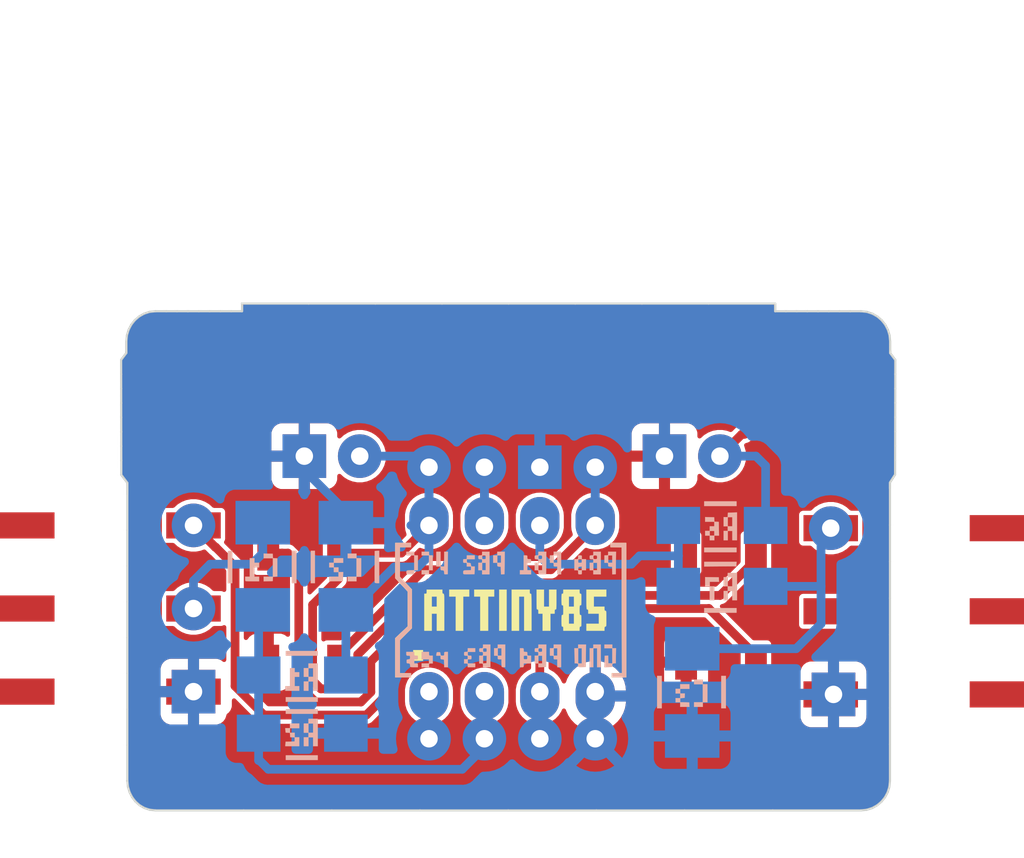
<source format=kicad_pcb>
(kicad_pcb (version 20221018) (generator pcbnew)
  (layers (0 "F.Cu" signal) (31 "B.Cu" signal) (34 "B.Paste" user) (35 "F.Paste" user) (36 "B.SilkS" user "B.Silkscreen") (37 "F.SilkS" user "F.Silkscreen") (38 "B.Mask" user) (39 "F.Mask" user) (44 "Edge.Cuts" user))
  (net 0 "")
  (net 1 "Net-(C1-Pad2)")
  (net 2 "VCC")
  (net 3 "GND")
  (net 4 "Net-(C3-Pad2)")
  (net 5 "Net-(D1-Pad2)")
  (net 6 "Net-(IC1-Pad6)")
  (net 7 "Net-(IC1-Pad7)")
  (net 8 "Net-(JACK2-Pad2)")
  (net 9 "Net-(IC1-Pad1)")
  (net 10 "Prog")
  (net 11 "NEO")
  (net 12 "Net-(NEO1-Pad2)")
  (net 13 "CV_In")
  (net 14 "Net-(JACK2-Pad3)")
  (footprint "8BitMixtape_mCore:Attiny_DIP-8_W7.62mm" (layer "F.Cu") (at 83.185 64.77 90)
    (fp_text reference "IC1")
    (fp_text value "ATTINY85-20PU")
  )
  (footprint "8BitMixtape_DIY-CAD:Loch_mixtape_seltsam" (layer "F.Cu") (at 83.185 66.929)
    (fp_text reference "J1")
    (fp_text value "PB5")
  )
  (footprint "8BitMixtape_DIY-CAD:Loch_mixtape_seltsam" (layer "F.Cu") (at 85.725 66.929)
    (fp_text reference "J2")
    (fp_text value "PB3")
  )
  (footprint "8BitMixtape_DIY-CAD:Loch_mixtape_seltsam" (layer "F.Cu") (at 88.265 66.929)
    (fp_text reference "J3")
    (fp_text value "PB4")
  )
  (footprint "8BitMixtape_DIY-CAD:Loch_mixtape_seltsam" (layer "F.Cu") (at 90.805 66.929)
    (fp_text reference "J4")
    (fp_text value "GND")
  )
  (footprint "8BitMixtape_DIY-CAD:Loch_mixtape_seltsam" (layer "F.Cu") (at 90.805 54.483)
    (fp_text reference "J5")
    (fp_text value "PB0")
  )
  (footprint "8BitMixtape_mCore:Loch_mixtape_seltsam" (layer "F.Cu") (at 85.725 54.483)
    (fp_text reference "J7")
    (fp_text value "PB2")
  )
  (footprint "8BitMixtape_mCore:Loch_mixtape_seltsam" (layer "F.Cu") (at 83.185 54.483)
    (fp_text reference "J8")
    (fp_text value "VCC")
  )
  (footprint "8BitMixtape_DIY-CAD:GND_Loch_mixtape" (layer "F.Cu") (at 72.39 64.77)
    (fp_text reference "J4")
    (fp_text value "GND")
  )
  (footprint "8BitMixtape_DIY-CAD:GND_Loch_mixtape" (layer "F.Cu") (at 101.727 64.897)
    (fp_text reference "J4")
    (fp_text value "GND")
  )
  (footprint "8BitMixtape_DIY-CAD:GND_Loch_mixtape" (layer "F.Cu") (at 93.98 53.975)
    (fp_text reference "J4")
    (fp_text value "GND")
  )
  (footprint "8BitMixtape_DIY-CAD:Loch_mixtape" (layer "F.Cu") (at 72.39 60.96)
    (fp_text reference "J9")
    (fp_text value "Prog")
  )
  (footprint "8BitMixtape_DIY-CAD:Loch_mixtape" (layer "F.Cu") (at 101.6 57.277)
    (fp_text reference "J10")
    (fp_text value "S-Out")
  )
  (footprint "8BitMixtape_DIY-CAD:Loch_mixtape" (layer "F.Cu") (at 96.52 53.975)
    (fp_text reference "J11")
    (fp_text value "LED")
  )
  (footprint "8BitMixtape_DIY-CAD:MicroMixtape_edge" (layer "F.Cu") (at 86.995 52.07)
    (fp_text reference "")
    (fp_text value "")
    (fp_line (start -17.922441 -2.509911) (end -17.921221 -1.850415) (stroke (width 0.1)) (layer "Edge.Cuts"))
    (fp_line (start -17.921221 -1.850415) (end -17.920001 -1.190919) (stroke (width 0.1)) (layer "Edge.Cuts"))
    (fp_line (start -17.920001 -1.190919) (end -17.918781 -0.531422) (stroke (width 0.1)) (layer "Edge.Cuts"))
    (fp_line (start -17.918781 -0.531422) (end -17.917561 0.128074) (stroke (width 0.1)) (layer "Edge.Cuts"))
    (fp_line (start -17.917561 0.128074) (end -17.916341 0.78757) (stroke (width 0.1)) (layer "Edge.Cuts"))
    (fp_line (start -17.916341 0.78757) (end -17.915121 1.447066) (stroke (width 0.1)) (layer "Edge.Cuts"))
    (fp_line (start -17.915121 1.447066) (end -17.913901 2.106563) (stroke (width 0.1)) (layer "Edge.Cuts"))
    (fp_line (start -17.913901 2.106563) (end -17.912681 2.76606) (stroke (width 0.1)) (layer "Edge.Cuts"))
    (fp_line (start -17.912681 2.76606) (end -17.87813 2.81162) (stroke (width 0.1)) (layer "Edge.Cuts"))
    (fp_line (start -17.892581 -2.549231) (end -17.922441 -2.509911) (stroke (width 0.1)) (layer "Edge.Cuts"))
    (fp_line (start -17.87813 2.81162) (end -17.843579 2.85719) (stroke (width 0.1)) (layer "Edge.Cuts"))
    (fp_line (start -17.862721 -2.588551) (end -17.892581 -2.549231) (stroke (width 0.1)) (layer "Edge.Cuts"))
    (fp_line (start -17.843579 2.85719) (end -17.809024 2.90275) (stroke (width 0.1)) (layer "Edge.Cuts"))
    (fp_line (start -17.832861 -2.627871) (end -17.862721 -2.588551) (stroke (width 0.1)) (layer "Edge.Cuts"))
    (fp_line (start -17.809024 2.90275) (end -17.774473 2.94831) (stroke (width 0.1)) (layer "Edge.Cuts"))
    (fp_line (start -17.803001 -2.667191) (end -17.832861 -2.627871) (stroke (width 0.1)) (layer "Edge.Cuts"))
    (fp_line (start -17.774473 2.94831) (end -17.739922 2.99388) (stroke (width 0.1)) (layer "Edge.Cuts"))
    (fp_line (start -17.773141 -2.706511) (end -17.803001 -2.667191) (stroke (width 0.1)) (layer "Edge.Cuts"))
    (fp_line (start -17.743281 -2.745831) (end -17.773141 -2.706511) (stroke (width 0.1)) (layer "Edge.Cuts"))
    (fp_line (start -17.739922 2.99388) (end -17.705367 3.03944) (stroke (width 0.1)) (layer "Edge.Cuts"))
    (fp_line (start -17.713421 -2.785151) (end -17.743281 -2.745831) (stroke (width 0.1)) (layer "Edge.Cuts"))
    (fp_line (start -17.705367 3.03944) (end -17.670816 3.08501) (stroke (width 0.1)) (layer "Edge.Cuts"))
    (fp_line (start -17.683561 -3.361691) (end -17.683561 -3.302741) (stroke (width 0.1)) (layer "Edge.Cuts"))
    (fp_line (start -17.683561 -3.302741) (end -17.683561 -3.243791) (stroke (width 0.1)) (layer "Edge.Cuts"))
    (fp_line (start -17.683561 -3.243791) (end -17.683561 -3.184841) (stroke (width 0.1)) (layer "Edge.Cuts"))
    (fp_line (start -17.683561 -3.184841) (end -17.683561 -3.125891) (stroke (width 0.1)) (layer "Edge.Cuts"))
    (fp_line (start -17.683561 -3.125891) (end -17.683561 -3.066941) (stroke (width 0.1)) (layer "Edge.Cuts"))
    (fp_line (start -17.683561 -3.066941) (end -17.683561 -3.007981) (stroke (width 0.1)) (layer "Edge.Cuts"))
    (fp_line (start -17.683561 -3.007981) (end -17.683561 -2.949031) (stroke (width 0.1)) (layer "Edge.Cuts"))
    (fp_line (start -17.683561 -2.949031) (end -17.683561 -2.890071) (stroke (width 0.1)) (layer "Edge.Cuts"))
    (fp_line (start -17.683561 -2.890071) (end -17.683561 -2.881871) (stroke (width 0.1)) (layer "Edge.Cuts"))
    (fp_line (start -17.683561 -2.881871) (end -17.683561 -2.873671) (stroke (width 0.1)) (layer "Edge.Cuts"))
    (fp_line (start -17.683561 -2.873671) (end -17.683561 -2.865471) (stroke (width 0.1)) (layer "Edge.Cuts"))
    (fp_line (start -17.683561 -2.865471) (end -17.683561 -2.857271) (stroke (width 0.1)) (layer "Edge.Cuts"))
    (fp_line (start -17.683561 -2.857271) (end -17.683561 -2.849071) (stroke (width 0.1)) (layer "Edge.Cuts"))
    (fp_line (start -17.683561 -2.849071) (end -17.683561 -2.840871) (stroke (width 0.1)) (layer "Edge.Cuts"))
    (fp_line (start -17.683561 -2.840871) (end -17.683561 -2.832671) (stroke (width 0.1)) (layer "Edge.Cuts"))
    (fp_line (start -17.683561 -2.832671) (end -17.683561 -2.824471) (stroke (width 0.1)) (layer "Edge.Cuts"))
    (fp_line (start -17.683561 -2.824471) (end -17.713421 -2.785151) (stroke (width 0.1)) (layer "Edge.Cuts"))
    (fp_line (start -17.670816 3.08501) (end -17.636265 3.13057) (stroke (width 0.1)) (layer "Edge.Cuts"))
    (fp_line (start -17.656863 -3.632981) (end -17.683561 -3.361691) (stroke (width 0.1)) (layer "Edge.Cuts"))
    (fp_line (start -17.636265 3.13057) (end -17.636265 3.19565) (stroke (width 0.1)) (layer "Edge.Cuts"))
    (fp_line (start -17.636265 3.19565) (end -17.636265 3.26073) (stroke (width 0.1)) (layer "Edge.Cuts"))
    (fp_line (start -17.636265 3.26073) (end -17.636265 3.32581) (stroke (width 0.1)) (layer "Edge.Cuts"))
    (fp_line (start -17.636265 3.32581) (end -17.636265 3.39089) (stroke (width 0.1)) (layer "Edge.Cuts"))
    (fp_line (start -17.636265 3.39089) (end -17.636265 3.45597) (stroke (width 0.1)) (layer "Edge.Cuts"))
    (fp_line (start -17.636265 3.45597) (end -17.636265 3.52105) (stroke (width 0.1)) (layer "Edge.Cuts"))
    (fp_line (start -17.636265 3.52105) (end -17.636265 3.58613) (stroke (width 0.1)) (layer "Edge.Cuts"))
    (fp_line (start -17.636265 3.58613) (end -17.636265 3.65121) (stroke (width 0.1)) (layer "Edge.Cuts"))
    (fp_line (start -17.636265 3.65121) (end -17.636265 5.2937) (stroke (width 0.1)) (layer "Edge.Cuts"))
    (fp_line (start -17.636265 5.2937) (end -17.636265 6.936192) (stroke (width 0.1)) (layer "Edge.Cuts"))
    (fp_line (start -17.636265 6.936192) (end -17.636265 8.578685) (stroke (width 0.1)) (layer "Edge.Cuts"))
    (fp_line (start -17.636265 8.578685) (end -17.636265 10.221174) (stroke (width 0.1)) (layer "Edge.Cuts"))
    (fp_line (start -17.636265 10.221174) (end -17.636265 11.863667) (stroke (width 0.1)) (layer "Edge.Cuts"))
    (fp_line (start -17.636265 11.863667) (end -17.636265 13.50616) (stroke (width 0.1)) (layer "Edge.Cuts"))
    (fp_line (start -17.636265 13.50616) (end -17.636265 15.148649) (stroke (width 0.1)) (layer "Edge.Cuts"))
    (fp_line (start -17.636265 15.148649) (end -17.636265 16.791142) (stroke (width 0.1)) (layer "Edge.Cuts"))
    (fp_line (start -17.636265 16.791142) (end -17.636265 16.791217) (stroke (width 0.1)) (layer "Edge.Cuts"))
    (fp_line (start -17.636265 16.791217) (end -17.636265 16.791292) (stroke (width 0.1)) (layer "Edge.Cuts"))
    (fp_line (start -17.636265 16.791292) (end -17.636265 16.791371) (stroke (width 0.1)) (layer "Edge.Cuts"))
    (fp_line (start -17.636265 16.791371) (end -17.636265 16.791446) (stroke (width 0.1)) (layer "Edge.Cuts"))
    (fp_line (start -17.636265 16.791446) (end -17.636265 16.791521) (stroke (width 0.1)) (layer "Edge.Cuts"))
    (fp_line (start -17.636265 16.791521) (end -17.636265 16.791596) (stroke (width 0.1)) (layer "Edge.Cuts"))
    (fp_line (start -17.636265 16.791596) (end -17.636265 16.791672) (stroke (width 0.1)) (layer "Edge.Cuts"))
    (fp_line (start -17.636265 16.791672) (end -17.636265 16.791747) (stroke (width 0.1)) (layer "Edge.Cuts"))
    (fp_line (start -17.636265 16.791747) (end -17.610374 17.055643) (stroke (width 0.1)) (layer "Edge.Cuts"))
    (fp_line (start -17.610374 17.055643) (end -17.537592 17.305356) (stroke (width 0.1)) (layer "Edge.Cuts"))
    (fp_line (start -17.580087 -3.888429) (end -17.656863 -3.632981) (stroke (width 0.1)) (layer "Edge.Cuts"))
    (fp_line (start -17.537592 17.305356) (end -17.422044 17.534405) (stroke (width 0.1)) (layer "Edge.Cuts"))
    (fp_line (start -17.458223 -4.121763) (end -17.580087 -3.888429) (stroke (width 0.1)) (layer "Edge.Cuts"))
    (fp_line (start -17.422044 17.534405) (end -17.267854 17.736328) (stroke (width 0.1)) (layer "Edge.Cuts"))
    (fp_line (start -17.296255 -4.326718) (end -17.458223 -4.121763) (stroke (width 0.1)) (layer "Edge.Cuts"))
    (fp_line (start -17.267854 17.736328) (end -17.079151 17.904645) (stroke (width 0.1)) (layer "Edge.Cuts"))
    (fp_line (start -17.099171 -4.497035) (end -17.296255 -4.326718) (stroke (width 0.1)) (layer "Edge.Cuts"))
    (fp_line (start -17.079151 17.904645) (end -16.860058 18.032883) (stroke (width 0.1)) (layer "Edge.Cuts"))
    (fp_line (start -16.871957 -4.626446) (end -17.099171 -4.497035) (stroke (width 0.1)) (layer "Edge.Cuts"))
    (fp_line (start -16.860058 18.032883) (end -16.614702 18.114573) (stroke (width 0.1)) (layer "Edge.Cuts"))
    (fp_line (start -16.619599 -4.708686) (end -16.871957 -4.626446) (stroke (width 0.1)) (layer "Edge.Cuts"))
    (fp_line (start -16.614702 18.114573) (end -16.347207 18.143243) (stroke (width 0.1)) (layer "Edge.Cuts"))
    (fp_line (start -16.347207 18.143243) (end -12.304996 18.143243) (stroke (width 0.1)) (layer "Edge.Cuts"))
    (fp_line (start -16.347083 -4.737506) (end -16.619599 -4.708686) (stroke (width 0.1)) (layer "Edge.Cuts"))
    (fp_line (start -15.851065 -4.737506) (end -16.347083 -4.737506) (stroke (width 0.1)) (layer "Edge.Cuts"))
    (fp_line (start -15.355048 -4.737506) (end -15.851065 -4.737506) (stroke (width 0.1)) (layer "Edge.Cuts"))
    (fp_line (start -14.85903 -4.737506) (end -15.355048 -4.737506) (stroke (width 0.1)) (layer "Edge.Cuts"))
    (fp_line (start -14.363013 -4.737506) (end -14.85903 -4.737506) (stroke (width 0.1)) (layer "Edge.Cuts"))
    (fp_line (start -13.866995 -4.737506) (end -14.363013 -4.737506) (stroke (width 0.1)) (layer "Edge.Cuts"))
    (fp_line (start -13.370977 -4.737506) (end -13.866995 -4.737506) (stroke (width 0.1)) (layer "Edge.Cuts"))
    (fp_line (start -12.87496 -4.737506) (end -13.370977 -4.737506) (stroke (width 0.1)) (layer "Edge.Cuts"))
    (fp_line (start -12.380105 -5.086975) (end -12.378775 -5.087126) (stroke (width 0.1)) (layer "Edge.Cuts"))
    (fp_line (start -12.380104 -5.086972) (end -12.380105 -5.086975) (stroke (width 0.1)) (layer "Edge.Cuts"))
    (fp_line (start -12.380103 -5.086972) (end -12.380104 -5.086972) (stroke (width 0.1)) (layer "Edge.Cuts"))
    (fp_line (start -12.380102 -5.086968) (end -12.380103 -5.086972) (stroke (width 0.1)) (layer "Edge.Cuts"))
    (fp_line (start -12.380101 -5.086968) (end -12.380102 -5.086968) (stroke (width 0.1)) (layer "Edge.Cuts"))
    (fp_line (start -12.3801 -5.086965) (end -12.380101 -5.086968) (stroke (width 0.1)) (layer "Edge.Cuts"))
    (fp_line (start -12.380099 -5.086965) (end -12.3801 -5.086965) (stroke (width 0.1)) (layer "Edge.Cuts"))
    (fp_line (start -12.380098 -5.086962) (end -12.380099 -5.086965) (stroke (width 0.1)) (layer "Edge.Cuts"))
    (fp_line (start -12.378942 -5.087026) (end -12.378942 -5.043336) (stroke (width 0.1)) (layer "Edge.Cuts"))
    (fp_line (start -12.378942 -5.043336) (end -12.378942 -4.999646) (stroke (width 0.1)) (layer "Edge.Cuts"))
    (fp_line (start -12.378942 -4.999646) (end -12.378942 -4.955956) (stroke (width 0.1)) (layer "Edge.Cuts"))
    (fp_line (start -12.378942 -4.955956) (end -12.378942 -4.912266) (stroke (width 0.1)) (layer "Edge.Cuts"))
    (fp_line (start -12.378942 -4.912266) (end -12.378942 -4.868576) (stroke (width 0.1)) (layer "Edge.Cuts"))
    (fp_line (start -12.378942 -4.868576) (end -12.378942 -4.824886) (stroke (width 0.1)) (layer "Edge.Cuts"))
    (fp_line (start -12.378942 -4.824886) (end -12.378942 -4.781196) (stroke (width 0.1)) (layer "Edge.Cuts"))
    (fp_line (start -12.378942 -4.781196) (end -12.378942 -4.737506) (stroke (width 0.1)) (layer "Edge.Cuts"))
    (fp_line (start -12.378942 -4.737506) (end -12.87496 -4.737506) (stroke (width 0.1)) (layer "Edge.Cuts"))
    (fp_line (start -12.378775 -5.087126) (end -12.378942 -5.087026) (stroke (width 0.1)) (layer "Edge.Cuts"))
    (fp_line (start -12.304996 18.143243) (end -8.262785 18.143243) (stroke (width 0.1)) (layer "Edge.Cuts"))
    (fp_line (start -9.32523 -5.086962) (end -12.380098 -5.086962) (stroke (width 0.1)) (layer "Edge.Cuts"))
    (fp_line (start -8.262785 18.143243) (end -4.220573 18.143243) (stroke (width 0.1)) (layer "Edge.Cuts"))
    (fp_line (start -6.270361 -5.086962) (end -9.32523 -5.086962) (stroke (width 0.1)) (layer "Edge.Cuts"))
    (fp_line (start -4.220573 18.143243) (end -0.178363 18.143243) (stroke (width 0.1)) (layer "Edge.Cuts"))
    (fp_line (start -3.215492 -5.086962) (end -6.270361 -5.086962) (stroke (width 0.1)) (layer "Edge.Cuts"))
    (fp_line (start -0.178363 18.143243) (end 3.863849 18.143243) (stroke (width 0.1)) (layer "Edge.Cuts"))
    (fp_line (start -0.160623 -5.086962) (end -3.215492 -5.086962) (stroke (width 0.1)) (layer "Edge.Cuts"))
    (fp_line (start 2.894244 -5.086962) (end -0.160623 -5.086962) (stroke (width 0.1)) (layer "Edge.Cuts"))
    (fp_line (start 3.863849 18.143243) (end 7.906061 18.143243) (stroke (width 0.1)) (layer "Edge.Cuts"))
    (fp_line (start 5.949114 -5.086962) (end 2.894244 -5.086962) (stroke (width 0.1)) (layer "Edge.Cuts"))
    (fp_line (start 7.906061 18.143243) (end 11.948269 18.143243) (stroke (width 0.1)) (layer "Edge.Cuts"))
    (fp_line (start 9.003981 -5.086962) (end 5.949114 -5.086962) (stroke (width 0.1)) (layer "Edge.Cuts"))
    (fp_line (start 11.948269 18.143243) (end 15.990481 18.143243) (stroke (width 0.1)) (layer "Edge.Cuts"))
    (fp_line (start 12.058852 -5.086962) (end 9.003981 -5.086962) (stroke (width 0.1)) (layer "Edge.Cuts"))
    (fp_line (start 12.058852 -5.043252) (end 12.058852 -5.086962) (stroke (width 0.1)) (layer "Edge.Cuts"))
    (fp_line (start 12.058852 -4.999532) (end 12.058852 -5.043252) (stroke (width 0.1)) (layer "Edge.Cuts"))
    (fp_line (start 12.058852 -4.955812) (end 12.058852 -4.999532) (stroke (width 0.1)) (layer "Edge.Cuts"))
    (fp_line (start 12.058852 -4.912102) (end 12.058852 -4.955812) (stroke (width 0.1)) (layer "Edge.Cuts"))
    (fp_line (start 12.058852 -4.868382) (end 12.058852 -4.912102) (stroke (width 0.1)) (layer "Edge.Cuts"))
    (fp_line (start 12.058852 -4.824672) (end 12.058852 -4.868382) (stroke (width 0.1)) (layer "Edge.Cuts"))
    (fp_line (start 12.058852 -4.780952) (end 12.058852 -4.824672) (stroke (width 0.1)) (layer "Edge.Cuts"))
    (fp_line (start 12.058852 -4.737232) (end 12.058852 -4.780952) (stroke (width 0.1)) (layer "Edge.Cuts"))
    (fp_line (start 12.550174 -4.737232) (end 12.058852 -4.737232) (stroke (width 0.1)) (layer "Edge.Cuts"))
    (fp_line (start 13.041501 -4.737232) (end 12.550174 -4.737232) (stroke (width 0.1)) (layer "Edge.Cuts"))
    (fp_line (start 13.532827 -4.737232) (end 13.041501 -4.737232) (stroke (width 0.1)) (layer "Edge.Cuts"))
    (fp_line (start 14.02415 -4.737232) (end 13.532827 -4.737232) (stroke (width 0.1)) (layer "Edge.Cuts"))
    (fp_line (start 14.515476 -4.737232) (end 14.02415 -4.737232) (stroke (width 0.1)) (layer "Edge.Cuts"))
    (fp_line (start 15.006798 -4.737232) (end 14.515476 -4.737232) (stroke (width 0.1)) (layer "Edge.Cuts"))
    (fp_line (start 15.498125 -4.737232) (end 15.006798 -4.737232) (stroke (width 0.1)) (layer "Edge.Cuts"))
    (fp_line (start 15.989447 -4.737232) (end 15.498125 -4.737232) (stroke (width 0.1)) (layer "Edge.Cuts"))
    (fp_line (start 15.990481 18.143243) (end 16.259868 18.115323) (stroke (width 0.1)) (layer "Edge.Cuts"))
    (fp_line (start 16.259868 18.115323) (end 16.510185 18.035423) (stroke (width 0.1)) (layer "Edge.Cuts"))
    (fp_line (start 16.262215 -4.708482) (end 15.989447 -4.737232) (stroke (width 0.1)) (layer "Edge.Cuts"))
    (fp_line (start 16.510185 18.035423) (end 16.736246 17.909357) (stroke (width 0.1)) (layer "Edge.Cuts"))
    (fp_line (start 16.515246 -4.626382) (end 16.262215 -4.708482) (stroke (width 0.1)) (layer "Edge.Cuts"))
    (fp_line (start 16.736246 17.909357) (end 16.932845 17.742957) (stroke (width 0.1)) (layer "Edge.Cuts"))
    (fp_line (start 16.743342 -4.497091) (end 16.515246 -4.626382) (stroke (width 0.1)) (layer "Edge.Cuts"))
    (fp_line (start 16.932845 17.742957) (end 17.094799 17.542039) (stroke (width 0.1)) (layer "Edge.Cuts"))
    (fp_line (start 16.941303 -4.32681) (end 16.743342 -4.497091) (stroke (width 0.1)) (layer "Edge.Cuts"))
    (fp_line (start 17.094799 17.542039) (end 17.216911 17.312422) (stroke (width 0.1)) (layer "Edge.Cuts"))
    (fp_line (start 17.103939 -4.121718) (end 16.941303 -4.32681) (stroke (width 0.1)) (layer "Edge.Cuts"))
    (fp_line (start 17.216911 17.312422) (end 17.293991 17.059928) (stroke (width 0.1)) (layer "Edge.Cuts"))
    (fp_line (start 17.226051 -3.888005) (end 17.103939 -4.121718) (stroke (width 0.1)) (layer "Edge.Cuts"))
    (fp_line (start 17.293991 17.059928) (end 17.320841 16.790377) (stroke (width 0.1)) (layer "Edge.Cuts"))
    (fp_line (start 17.302441 -3.631858) (end 17.226051 -3.888005) (stroke (width 0.1)) (layer "Edge.Cuts"))
    (fp_line (start 17.320841 3.115541) (end 17.350091 3.069951) (stroke (width 0.1)) (layer "Edge.Cuts"))
    (fp_line (start 17.320841 3.149481) (end 17.320841 3.115541) (stroke (width 0.1)) (layer "Edge.Cuts"))
    (fp_line (start 17.320841 3.183421) (end 17.320841 3.149481) (stroke (width 0.1)) (layer "Edge.Cuts"))
    (fp_line (start 17.320841 3.217361) (end 17.320841 3.183421) (stroke (width 0.1)) (layer "Edge.Cuts"))
    (fp_line (start 17.320841 3.251301) (end 17.320841 3.217361) (stroke (width 0.1)) (layer "Edge.Cuts"))
    (fp_line (start 17.320841 3.285241) (end 17.320841 3.251301) (stroke (width 0.1)) (layer "Edge.Cuts"))
    (fp_line (start 17.320841 3.319181) (end 17.320841 3.285241) (stroke (width 0.1)) (layer "Edge.Cuts"))
    (fp_line (start 17.320841 3.353121) (end 17.320841 3.319181) (stroke (width 0.1)) (layer "Edge.Cuts"))
    (fp_line (start 17.320841 3.387061) (end 17.320841 3.353121) (stroke (width 0.1)) (layer "Edge.Cuts"))
    (fp_line (start 17.320841 5.062475) (end 17.320841 3.387061) (stroke (width 0.1)) (layer "Edge.Cuts"))
    (fp_line (start 17.320841 6.737891) (end 17.320841 5.062475) (stroke (width 0.1)) (layer "Edge.Cuts"))
    (fp_line (start 17.320841 8.413305) (end 17.320841 6.737891) (stroke (width 0.1)) (layer "Edge.Cuts"))
    (fp_line (start 17.320841 10.088719) (end 17.320841 8.413305) (stroke (width 0.1)) (layer "Edge.Cuts"))
    (fp_line (start 17.320841 11.764133) (end 17.320841 10.088719) (stroke (width 0.1)) (layer "Edge.Cuts"))
    (fp_line (start 17.320841 13.439549) (end 17.320841 11.764133) (stroke (width 0.1)) (layer "Edge.Cuts"))
    (fp_line (start 17.320841 15.114962) (end 17.320841 13.439549) (stroke (width 0.1)) (layer "Edge.Cuts"))
    (fp_line (start 17.320841 16.790377) (end 17.320841 15.114962) (stroke (width 0.1)) (layer "Edge.Cuts"))
    (fp_line (start 17.327891 -3.359463) (end 17.302441 -3.631858) (stroke (width 0.1)) (layer "Edge.Cuts"))
    (fp_line (start 17.327891 -3.305323) (end 17.327891 -3.359463) (stroke (width 0.1)) (layer "Edge.Cuts"))
    (fp_line (start 17.327891 -3.251193) (end 17.327891 -3.305323) (stroke (width 0.1)) (layer "Edge.Cuts"))
    (fp_line (start 17.327891 -3.197053) (end 17.327891 -3.251193) (stroke (width 0.1)) (layer "Edge.Cuts"))
    (fp_line (start 17.327891 -3.142903) (end 17.327891 -3.197053) (stroke (width 0.1)) (layer "Edge.Cuts"))
    (fp_line (start 17.327891 -3.088773) (end 17.327891 -3.142903) (stroke (width 0.1)) (layer "Edge.Cuts"))
    (fp_line (start 17.327891 -3.034643) (end 17.327891 -3.088773) (stroke (width 0.1)) (layer "Edge.Cuts"))
    (fp_line (start 17.327891 -2.980503) (end 17.327891 -3.034643) (stroke (width 0.1)) (layer "Edge.Cuts"))
    (fp_line (start 17.327891 -2.926353) (end 17.327891 -2.980503) (stroke (width 0.1)) (layer "Edge.Cuts"))
    (fp_line (start 17.327891 -2.913453) (end 17.327891 -2.926353) (stroke (width 0.1)) (layer "Edge.Cuts"))
    (fp_line (start 17.327891 -2.900553) (end 17.327891 -2.913453) (stroke (width 0.1)) (layer "Edge.Cuts"))
    (fp_line (start 17.327891 -2.887653) (end 17.327891 -2.900553) (stroke (width 0.1)) (layer "Edge.Cuts"))
    (fp_line (start 17.327891 -2.874753) (end 17.327891 -2.887653) (stroke (width 0.1)) (layer "Edge.Cuts"))
    (fp_line (start 17.327891 -2.861853) (end 17.327891 -2.874753) (stroke (width 0.1)) (layer "Edge.Cuts"))
    (fp_line (start 17.327891 -2.848953) (end 17.327891 -2.861853) (stroke (width 0.1)) (layer "Edge.Cuts"))
    (fp_line (start 17.327891 -2.836053) (end 17.327891 -2.848953) (stroke (width 0.1)) (layer "Edge.Cuts"))
    (fp_line (start 17.327891 -2.823153) (end 17.327891 -2.836053) (stroke (width 0.1)) (layer "Edge.Cuts"))
    (fp_line (start 17.350091 3.069951) (end 17.379341 3.024361) (stroke (width 0.1)) (layer "Edge.Cuts"))
    (fp_line (start 17.357361 -2.783803) (end 17.327891 -2.823153) (stroke (width 0.1)) (layer "Edge.Cuts"))
    (fp_line (start 17.379341 3.024361) (end 17.408591 2.978771) (stroke (width 0.1)) (layer "Edge.Cuts"))
    (fp_line (start 17.386831 -2.744453) (end 17.357361 -2.783803) (stroke (width 0.1)) (layer "Edge.Cuts"))
    (fp_line (start 17.408591 2.978771) (end 17.437841 2.933181) (stroke (width 0.1)) (layer "Edge.Cuts"))
    (fp_line (start 17.416301 -2.705103) (end 17.386831 -2.744453) (stroke (width 0.1)) (layer "Edge.Cuts"))
    (fp_line (start 17.437841 2.933181) (end 17.467091 2.887591) (stroke (width 0.1)) (layer "Edge.Cuts"))
    (fp_line (start 17.445761 -2.665753) (end 17.416301 -2.705103) (stroke (width 0.1)) (layer "Edge.Cuts"))
    (fp_line (start 17.467091 2.887591) (end 17.496341 2.842001) (stroke (width 0.1)) (layer "Edge.Cuts"))
    (fp_line (start 17.475231 -2.626403) (end 17.445761 -2.665753) (stroke (width 0.1)) (layer "Edge.Cuts"))
    (fp_line (start 17.496341 2.842001) (end 17.525591 2.796411) (stroke (width 0.1)) (layer "Edge.Cuts"))
    (fp_line (start 17.504701 -2.587053) (end 17.475231 -2.626403) (stroke (width 0.1)) (layer "Edge.Cuts"))
    (fp_line (start 17.525591 2.796411) (end 17.554841 2.750821) (stroke (width 0.1)) (layer "Edge.Cuts"))
    (fp_line (start 17.534171 -2.547703) (end 17.504701 -2.587053) (stroke (width 0.1)) (layer "Edge.Cuts"))
    (fp_line (start 17.554841 2.750821) (end 17.555941 2.093425) (stroke (width 0.1)) (layer "Edge.Cuts"))
    (fp_line (start 17.555941 2.093425) (end 17.557041 1.43603) (stroke (width 0.1)) (layer "Edge.Cuts"))
    (fp_line (start 17.557041 1.43603) (end 17.558141 0.77863) (stroke (width 0.1)) (layer "Edge.Cuts"))
    (fp_line (start 17.558141 0.77863) (end 17.559241 0.121235) (stroke (width 0.1)) (layer "Edge.Cuts"))
    (fp_line (start 17.559241 0.121235) (end 17.560341 -0.536161) (stroke (width 0.1)) (layer "Edge.Cuts"))
    (fp_line (start 17.560341 -0.536161) (end 17.561441 -1.193558) (stroke (width 0.1)) (layer "Edge.Cuts"))
    (fp_line (start 17.561441 -1.193558) (end 17.562541 -1.850956) (stroke (width 0.1)) (layer "Edge.Cuts"))
    (fp_line (start 17.562541 -1.850956) (end 17.563641 -2.508353) (stroke (width 0.1)) (layer "Edge.Cuts"))
    (fp_line (start 17.563641 -2.508353) (end 17.534171 -2.547703) (stroke (width 0.1)) (layer "Edge.Cuts"))
  )
  (footprint "8BitMixtape_DIY-CAD:Loch_mixtape" (layer "F.Cu") (at 72.39 57.15)
    (fp_text reference "J3")
    (fp_text value "PB4")
  )
  (footprint "8BitMixtape_DIY-CAD:Loch_mixtape_seltsam" (layer "F.Cu") (at 88.265 54.483)
    (fp_text reference "J4")
    (fp_text value "GND")
  )
  (footprint "8BitMixtape_mCore:TOP_led_footprint" (layer "F.Cu") (at 101.219 50.673)
    (fp_text reference "D1")
    (fp_text value "LED")
  )
  (footprint "8BitMixtape_DIY-CAD:Mixtape_NEO_WS2812B" (layer "F.Cu") (at 77.419 60.92 -90)
    (fp_text reference "NEO1")
    (fp_text value "SK6813b")
  )
  (footprint "8BitMixtape_DIY-CAD:Mixtape_NEO_WS2812B" (layer "F.Cu") (at 96.571 60.92 -90)
    (fp_text reference "NEO2")
    (fp_text value "SK6813b")
  )
  (footprint "8BitMixtape_DIY-CAD:AUDIO-JACK-3.5mm_SMD_noPrint" (layer "F.Cu") (at 105.41 67.437 90)
    (fp_text reference "JACK2")
    (fp_text value "JACK_TRS_6PINS")
  )
  (footprint "8BitMixtape_DIY-CAD:AUDIO-JACK-3.5mm_SMD_noPrint" (layer "F.Cu") (at 68.58 67.31 90)
    (fp_text reference "JACK1")
    (fp_text value "JACK_TRS_6PINS")
  )
  (footprint "8BitMixtape_DIY-CAD:GND_Loch_mixtape" (layer "F.Cu") (at 77.47 53.975)
    (fp_text reference "J4")
    (fp_text value "GND")
  )
  (footprint "8BitMixtape_DIY-CAD:Loch_mixtape" (layer "F.Cu") (at 80.01 53.975)
    (fp_text reference "J8")
    (fp_text value "VCC")
  )
  (footprint "8BitMixtape_DIY-CAD:C_1210_MixtapeStyle" (layer "B.Cu") (at 75.565 59.023 90)
    (fp_text reference "C1")
    (fp_text value "100nF")
  )
  (footprint "8BitMixtape_DIY-CAD:C_1210_MixtapeStyle" (layer "B.Cu") (at 79.375 59.023 -90)
    (fp_text reference "C2")
    (fp_text value "100nF")
  )
  (footprint "8BitMixtape_DIY-CAD:C_1210_MixtapeStyle" (layer "B.Cu") (at 95.25 64.802 90)
    (fp_text reference "C3")
    (fp_text value "100nF")
  )
  (footprint "8BitMixtape_DIY-CAD:R_1206_Mixtape" (layer "B.Cu") (at 77.375 64.008 180)
    (fp_text reference "R1")
    (fp_text value "22K")
  )
  (footprint "8BitMixtape_DIY-CAD:R_1206_Mixtape" (layer "B.Cu") (at 77.375 66.675)
    (fp_text reference "R2")
    (fp_text value "22K")
  )
  (footprint "8BitMixtape_DIY-CAD:R_1206_Mixtape" (layer "B.Cu") (at 96.615 57.15)
    (fp_text reference "R6")
    (fp_text value "1K")
  )
  (footprint "8BitMixtape_DIY-CAD:R_1206_Mixtape" (layer "B.Cu") (at 96.615 59.944 180)
    (fp_text reference "R7")
    (fp_text value "330")
  )
  (segment (start 73.152 58.928) (end 72.39 59.69) (width 0.4) (layer "B.Cu") (net 1))
  (segment (start 75.565 57.023) (end 75.565 58.423) (width 0.4) (layer "B.Cu") (net 1))
  (segment (start 72.39 59.69) (end 72.39 60.96) (width 0.4) (layer "B.Cu") (net 1))
  (segment (start 75.06 58.928) (end 73.152 58.928) (width 0.4) (layer "B.Cu") (net 1))
  (segment (start 75.565 58.423) (end 75.06 58.928) (width 0.4) (layer "B.Cu") (net 1))
  (segment (start 81.09598 61.961542) (end 81.462522 61.595) (width 0.4) (layer "F.Cu") (net 2))
  (segment (start 79.919001 64.540001) (end 79.919001 63.068541) (width 0.4) (layer "F.Cu") (net 2))
  (segment (start 79.919001 63.068541) (end 81.392542 61.595) (width 0.4) (layer "F.Cu") (net 2))
  (segment (start 77.851 64.262) (end 77.851 60.788) (width 0.4) (layer "F.Cu") (net 2))
  (segment (start 81.026 61.961542) (end 81.09598 61.961542) (width 0.4) (layer "F.Cu") (net 2))
  (segment (start 98.171 58.72) (end 96.53101 60.35999) (width 0.4) (layer "F.Cu") (net 2))
  (segment (start 98.171 58.42) (end 98.171 58.72) (width 0.4) (layer "F.Cu") (net 2))
  (segment (start 81.915 58.42) (end 83.185 57.15) (width 0.4) (layer "F.Cu") (net 2))
  (segment (start 79.019 59.62) (end 79.019 58.42) (width 0.4) (layer "F.Cu") (net 2))
  (segment (start 79.816002 64.643) (end 78.232 64.643) (width 0.4) (layer "F.Cu") (net 2))
  (segment (start 81.462522 61.595) (end 82.697532 60.35999) (width 0.4) (layer "F.Cu") (net 2))
  (segment (start 79.816002 64.643) (end 79.919001 64.540001) (width 0.4) (layer "F.Cu") (net 2))
  (segment (start 81.392542 61.595) (end 81.462522 61.595) (width 0.4) (layer "F.Cu") (net 2))
  (segment (start 96.53101 60.35999) (end 82.697532 60.35999) (width 0.4) (layer "F.Cu") (net 2))
  (segment (start 77.851 60.788) (end 79.019 59.62) (width 0.4) (layer "F.Cu") (net 2))
  (segment (start 79.019 58.42) (end 81.915 58.42) (width 0.4) (layer "F.Cu") (net 2))
  (segment (start 78.232 64.643) (end 77.851 64.262) (width 0.4) (layer "F.Cu") (net 2))
  (segment (start 80.01 53.975) (end 80.645 53.975) (width 0.4) (layer "B.Cu") (net 2))
  (segment (start 83.185 57.15) (end 83.185 58.547) (width 0.4) (layer "B.Cu") (net 2))
  (segment (start 82.677 59.055) (end 81.593 59.055) (width 0.4) (layer "B.Cu") (net 2))
  (segment (start 79.375 61.023) (end 79.375 64.008) (width 0.4) (layer "B.Cu") (net 2))
  (segment (start 80.01 53.975) (end 83.185 53.975) (width 0.4) (layer "B.Cu") (net 2))
  (segment (start 83.185 54.991) (end 83.185 57.15) (width 0.4) (layer "B.Cu") (net 2))
  (segment (start 81.593 59.055) (end 79.625 61.023) (width 0.4) (layer "B.Cu") (net 2))
  (segment (start 83.185 54.102) (end 83.185 57.15) (width 0.4) (layer "B.Cu") (net 2))
  (segment (start 83.185 57.15) (end 82.355 57.15) (width 0.4) (layer "B.Cu") (net 2))
  (segment (start 79.625 61.023) (end 79.375 61.023) (width 0.4) (layer "B.Cu") (net 2))
  (segment (start 83.185 58.547) (end 82.677 59.055) (width 0.4) (layer "B.Cu") (net 2))
  (segment (start 101.819 52.197) (end 103.378 52.197) (width 0.4) (layer "F.Cu") (net 3))
  (segment (start 103.378 52.197) (end 98.933 52.197) (width 0.4) (layer "F.Cu") (net 3))
  (segment (start 101.219 52.197) (end 101.819 52.197) (width 0.4) (layer "F.Cu") (net 3))
  (segment (start 79.375 57.28) (end 78.87 57.785) (width 0.4) (layer "B.Cu") (net 3))
  (segment (start 90.805 64.77) (end 90.805 66.929) (width 0.4) (layer "B.Cu") (net 3))
  (segment (start 77.47 54.61) (end 79.375 56.515) (width 0.4) (layer "B.Cu") (net 3))
  (segment (start 95.25 66.802) (end 94.742 66.802) (width 0.4) (layer "B.Cu") (net 3))
  (segment (start 79.375 56.515) (end 79.375 57.023) (width 0.4) (layer "B.Cu") (net 3))
  (segment (start 77.47 53.975) (end 77.47 54.61) (width 0.4) (layer "B.Cu") (net 3))
  (segment (start 100.012 62.802) (end 101.155 61.659) (width 0.4) (layer "B.Cu") (net 4))
  (segment (start 100.015 59.944) (end 101.155 59.944) (width 0.4) (layer "B.Cu") (net 4))
  (segment (start 97.282 62.802) (end 100.012 62.802) (width 0.4) (layer "B.Cu") (net 4))
  (segment (start 95.25 62.802) (end 97.727 62.802) (width 0.4) (layer "B.Cu") (net 4))
  (segment (start 101.155 59.944) (end 101.155 57.975) (width 0.4) (layer "B.Cu") (net 4))
  (segment (start 98.615 59.944) (end 100.015 59.944) (width 0.4) (layer "B.Cu") (net 4))
  (segment (start 101.155 57.975) (end 101.6 57.53) (width 0.4) (layer "B.Cu") (net 4))
  (segment (start 101.155 61.659) (end 101.155 59.944) (width 0.4) (layer "B.Cu") (net 4))
  (segment (start 98.171 50.546) (end 99.314 49.403) (width 0.4) (layer "F.Cu") (net 5))
  (segment (start 98.171 52.451) (end 98.171 50.546) (width 0.4) (layer "F.Cu") (net 5))
  (segment (start 99.314 49.403) (end 100.619 49.403) (width 0.4) (layer "F.Cu") (net 5))
  (segment (start 96.52 53.975) (end 97.519999 52.975001) (width 0.4) (layer "F.Cu") (net 5))
  (segment (start 97.646999 52.975001) (end 98.171 52.451) (width 0.4) (layer "F.Cu") (net 5))
  (segment (start 100.619 49.403) (end 101.219 49.403) (width 0.4) (layer "F.Cu") (net 5))
  (segment (start 97.519999 52.975001) (end 97.646999 52.975001) (width 0.4) (layer "F.Cu") (net 5))
  (segment (start 98.615 57.15) (end 98.615 54.419) (width 0.4) (layer "B.Cu") (net 5))
  (segment (start 98.171 53.975) (end 96.52 53.975) (width 0.4) (layer "B.Cu") (net 5))
  (segment (start 98.615 54.419) (end 98.171 53.975) (width 0.4) (layer "B.Cu") (net 5))
  (segment (start 94.615 59.944) (end 94.615 58.547) (width 0.4) (layer "B.Cu") (net 6))
  (segment (start 92.837 58.547) (end 94.615 58.547) (width 0.4) (layer "B.Cu") (net 6))
  (segment (start 88.265 57.15) (end 88.265 58.547) (width 0.4) (layer "B.Cu") (net 6))
  (segment (start 88.646 58.928) (end 92.456 58.928) (width 0.4) (layer "B.Cu") (net 6))
  (segment (start 92.456 58.928) (end 92.837 58.547) (width 0.4) (layer "B.Cu") (net 6))
  (segment (start 94.615 58.547) (end 94.615 57.15) (width 0.4) (layer "B.Cu") (net 6))
  (segment (start 88.265 58.547) (end 88.646 58.928) (width 0.4) (layer "B.Cu") (net 6))
  (segment (start 85.725 54.991) (end 85.725 57.15) (width 0.4) (layer "B.Cu") (net 7))
  (segment (start 85.725 54.102) (end 85.725 57.15) (width 0.4) (layer "B.Cu") (net 7))
  (segment (start 83.185 64.77) (end 83.185 66.929) (width 0.4) (layer "B.Cu") (net 9))
  (segment (start 75.375 64.008) (end 75.375 61.213) (width 0.4) (layer "B.Cu") (net 10))
  (segment (start 75.375 67.925) (end 75.418 67.925) (width 0.4) (layer "B.Cu") (net 10))
  (segment (start 75.418 67.925) (end 75.822001 68.329001) (width 0.4) (layer "B.Cu") (net 10))
  (segment (start 75.375 66.675) (end 75.375 67.925) (width 0.4) (layer "B.Cu") (net 10))
  (segment (start 84.705999 68.329001) (end 85.725 67.31) (width 0.4) (layer "B.Cu") (net 10))
  (segment (start 75.822001 68.329001) (end 84.705999 68.329001) (width 0.4) (layer "B.Cu") (net 10))
  (segment (start 75.375 61.213) (end 75.565 61.023) (width 0.4) (layer "B.Cu") (net 10))
  (segment (start 85.725 64.77) (end 85.725 66.929) (width 0.4) (layer "B.Cu") (net 10))
  (segment (start 85.725 67.31) (end 85.725 66.929) (width 0.4) (layer "B.Cu") (net 10))
  (segment (start 75.375 66.675) (end 75.375 63.5) (width 0.4) (layer "B.Cu") (net 10))
  (segment (start 88.773 59.182) (end 90.805 57.15) (width 0.4) (layer "F.Cu") (net 11))
  (segment (start 79.019 63.12) (end 82.957 59.182) (width 0.4) (layer "F.Cu") (net 11))
  (segment (start 79.019 63.42) (end 79.019 63.12) (width 0.4) (layer "F.Cu") (net 11))
  (segment (start 82.957 59.182) (end 88.773 59.182) (width 0.4) (layer "F.Cu") (net 11))
  (segment (start 90.805 54.991) (end 90.805 57.15) (width 0.4) (layer "B.Cu") (net 11))
  (segment (start 90.805 54.102) (end 90.805 57.15) (width 0.4) (layer "B.Cu") (net 11))
  (segment (start 90.8685 57.0865) (end 90.805 57.15) (width 0.25) (layer "B.Cu") (net 11))
  (segment (start 80.519011 63.387053) (end 80.519011 64.788533) (width 0.4) (layer "F.Cu") (net 12))
  (segment (start 80.156544 65.151) (end 80.064534 65.24301) (width 0.4) (layer "F.Cu") (net 12))
  (segment (start 98.171 63.12) (end 96.012 60.961) (width 0.4) (layer "F.Cu") (net 12))
  (segment (start 80.064534 65.24301) (end 77.983467 65.243009) (width 0.4) (layer "F.Cu") (net 12))
  (segment (start 80.519011 64.788533) (end 80.064534 65.24301) (width 0.4) (layer "F.Cu") (net 12))
  (segment (start 77.216 64.475542) (end 77.216 58.917) (width 0.4) (layer "F.Cu") (net 12))
  (segment (start 96.012 60.961) (end 96.012 60.96) (width 0.4) (layer "F.Cu") (net 12))
  (segment (start 98.171 63.42) (end 98.171 63.12) (width 0.4) (layer "F.Cu") (net 12))
  (segment (start 75.819 58.42) (end 76.454 58.42) (width 0.4) (layer "F.Cu") (net 12))
  (segment (start 96.012 60.96) (end 82.946064 60.96) (width 0.4) (layer "F.Cu") (net 12))
  (segment (start 77.983467 65.243009) (end 77.216 64.475542) (width 0.4) (layer "F.Cu") (net 12))
  (segment (start 76.719 58.42) (end 76.454 58.42) (width 0.4) (layer "F.Cu") (net 12))
  (segment (start 77.216 58.917) (end 76.719 58.42) (width 0.4) (layer "F.Cu") (net 12))
  (segment (start 82.946064 60.96) (end 80.519011 63.387053) (width 0.4) (layer "F.Cu") (net 12))
  (segment (start 75.622019 65.843019) (end 74.295 64.516) (width 0.4) (layer "F.Cu") (net 13))
  (segment (start 88.265 62.23) (end 87.59501 61.56001) (width 0.4) (layer "F.Cu") (net 13))
  (segment (start 81.11902 65.037066) (end 80.313067 65.843019) (width 0.4) (layer "F.Cu") (net 13))
  (segment (start 73.405442 58.149999) (end 73.389999 58.149999) (width 0.4) (layer "F.Cu") (net 13))
  (segment (start 73.389999 58.149999) (end 72.39 57.15) (width 0.4) (layer "F.Cu") (net 13))
  (segment (start 74.295 64.516) (end 74.295 59.038441) (width 0.4) (layer "F.Cu") (net 13))
  (segment (start 83.194596 61.585404) (end 81.119021 63.660979) (width 0.4) (layer "F.Cu") (net 13))
  (segment (start 74.295 59.038441) (end 73.406 58.149441) (width 0.4) (layer "F.Cu") (net 13))
  (segment (start 83.194596 61.56001) (end 83.194596 61.585404) (width 0.4) (layer "F.Cu") (net 13))
  (segment (start 73.406 58.149441) (end 73.405442 58.149999) (width 0.4) (layer "F.Cu") (net 13))
  (segment (start 88.265 64.77) (end 88.265 62.23) (width 0.4) (layer "F.Cu") (net 13))
  (segment (start 81.119021 63.660979) (end 81.11902 65.037066) (width 0.4) (layer "F.Cu") (net 13))
  (segment (start 87.59501 61.56001) (end 83.194596 61.56001) (width 0.4) (layer "F.Cu") (net 13))
  (segment (start 80.313067 65.843019) (end 75.622019 65.843019) (width 0.4) (layer "F.Cu") (net 13))
  (segment (start 88.265 64.77) (end 88.265 66.929) (width 0.4) (layer "B.Cu") (net 13))
  (zone (net 3) (net_name "GND") (layer "F.Cu") (connect_pads (clearance 0.2)) (min_thickness 0.2) (fill yes (thermal_gap 0.508) (thermal_bridge_width 0.508))
    (polygon (pts (xy 99.06 46.99) (xy 104.775 46.99) (xy 104.775 70.485) (xy 68.58 70.485) (xy 68.58 46.99) (xy 74.295 46.99) (xy 76.2 52.07) (xy 97.155 52.07)))
  )
  (zone (net 3) (net_name "GND") (layer "B.Cu") (connect_pads (clearance 0.508)) (min_thickness 0.4) (fill yes (thermal_gap 0.508) (thermal_bridge_width 0.508))
    (polygon (pts (xy 68.58 46.355) (xy 105.41 46.355) (xy 105.41 72.39) (xy 73.66 72.39) (xy 68.58 72.39)))
  )
)
</source>
